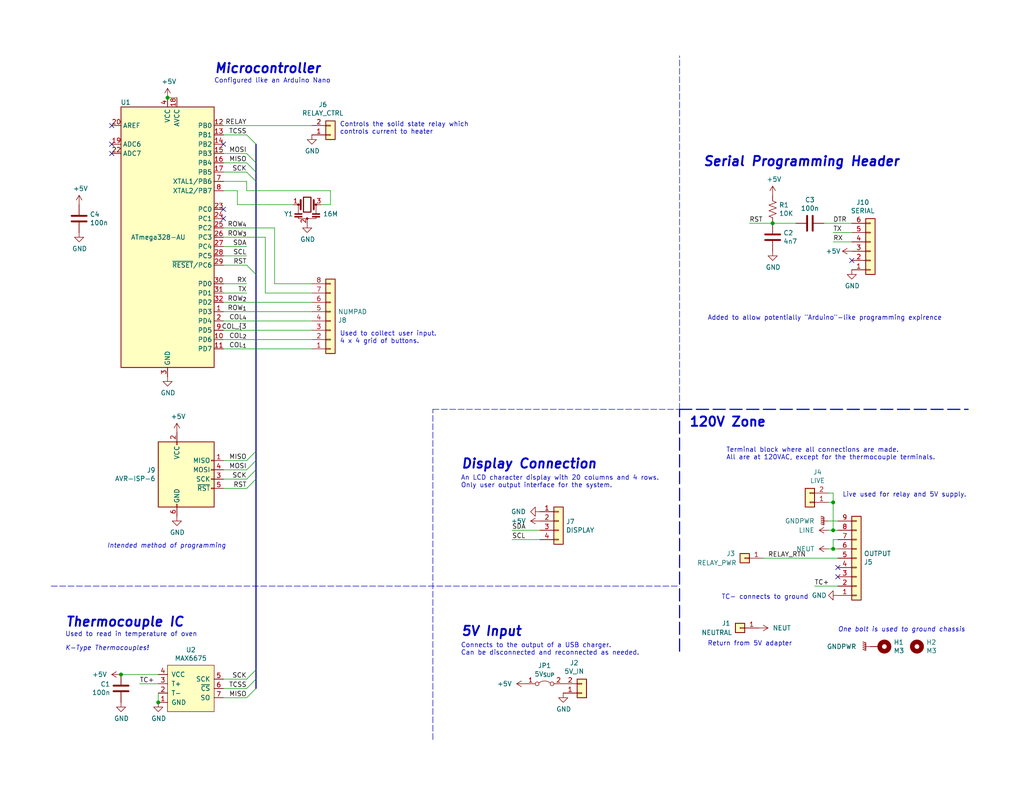
<source format=kicad_sch>
(kicad_sch (version 20211123) (generator eeschema)
  (paper "USLetter")
  (title_block (title "Oven") (date "2021-06-01") (rev "1.1") (company "HPVDT") (comment 1 "Uses a K-Type thermocouple") (comment 3 "Intended to control a heater to achieve a two step curing process") (comment 4 "General purpose oven board"))
  (lib_symbols
    (symbol "Connector:AVR-ISP-6" (pin_names (offset 1.016))
      (property "Reference" "J" (at -6.35 11.43 0))
      (property "Value" "AVR-ISP-6" (at 0 11.43 0))
      (symbol "AVR-ISP-6_0_1"
        (rectangle (start -2.667 -6.858) (end -2.413 -7.62))
        (rectangle (start -2.667 10.16) (end -2.413 9.398))
        (rectangle (start 7.62 -2.413) (end 6.858 -2.667))
        (rectangle (start 7.62 0.127) (end 6.858 -0.127))
        (rectangle (start 7.62 2.667) (end 6.858 2.413))
        (rectangle (start 7.62 5.207) (end 6.858 4.953))
        (rectangle (start 7.62 10.16) (end -7.62 -7.62) (stroke (width 0.254)) (fill (type background)))
      )
      (symbol "AVR-ISP-6_1_1"
        (pin passive line (at 10.16 5.08 180) (length 2.54) (name "MISO") (number "1"))
        (pin passive line (at -2.54 12.7 270) (length 2.54) (name "VCC") (number "2"))
        (pin passive line (at 10.16 0 180) (length 2.54) (name "SCK") (number "3"))
        (pin passive line (at 10.16 2.54 180) (length 2.54) (name "MOSI") (number "4"))
        (pin passive line (at 10.16 -2.54 180) (length 2.54) (name "~{RST}") (number "5"))
        (pin passive line (at -2.54 -10.16 90) (length 2.54) (name "GND") (number "6"))
      )
    )
    (symbol "Connector_Generic:Conn_01x01" (pin_names (offset 1.016) hide)
      (property "Reference" "J" (at 0 2.54 0))
      (property "Value" "Conn_01x01" (at 0 -2.54 0))
      (symbol "Conn_01x01_1_1"
        (rectangle (start -1.27 0.127) (end 0 -0.127) (stroke (width 0.1524)))
        (rectangle (start -1.27 1.27) (end 1.27 -1.27) (stroke (width 0.254)) (fill (type background)))
        (pin passive line (at -5.08 0 0) (length 3.81) (name "Pin_1") (number "1"))
      )
    )
    (symbol "Connector_Generic:Conn_01x02" (pin_names (offset 1.016) hide)
      (property "Reference" "J" (at 0 2.54 0))
      (property "Value" "Conn_01x02" (at 0 -5.08 0))
      (symbol "Conn_01x02_1_1"
        (rectangle (start -1.27 -2.413) (end 0 -2.667) (stroke (width 0.1524)))
        (rectangle (start -1.27 0.127) (end 0 -0.127) (stroke (width 0.1524)))
        (rectangle (start -1.27 1.27) (end 1.27 -3.81) (stroke (width 0.254)) (fill (type background)))
        (pin passive line (at -5.08 0 0) (length 3.81) (name "Pin_1") (number "1"))
        (pin passive line (at -5.08 -2.54 0) (length 3.81) (name "Pin_2") (number "2"))
      )
    )
    (symbol "Connector_Generic:Conn_01x04" (pin_names (offset 1.016) hide)
      (property "Reference" "J" (at 0 5.08 0))
      (property "Value" "Conn_01x04" (at 0 -7.62 0))
      (symbol "Conn_01x04_1_1"
        (rectangle (start -1.27 -4.953) (end 0 -5.207) (stroke (width 0.1524)))
        (rectangle (start -1.27 -2.413) (end 0 -2.667) (stroke (width 0.1524)))
        (rectangle (start -1.27 0.127) (end 0 -0.127) (stroke (width 0.1524)))
        (rectangle (start -1.27 2.667) (end 0 2.413) (stroke (width 0.1524)))
        (rectangle (start -1.27 3.81) (end 1.27 -6.35) (stroke (width 0.254)) (fill (type background)))
        (pin passive line (at -5.08 2.54 0) (length 3.81) (name "Pin_1") (number "1"))
        (pin passive line (at -5.08 0 0) (length 3.81) (name "Pin_2") (number "2"))
        (pin passive line (at -5.08 -2.54 0) (length 3.81) (name "Pin_3") (number "3"))
        (pin passive line (at -5.08 -5.08 0) (length 3.81) (name "Pin_4") (number "4"))
      )
    )
    (symbol "Connector_Generic:Conn_01x06" (pin_names (offset 1.016) hide)
      (property "Reference" "J" (at 0 7.62 0))
      (property "Value" "Conn_01x06" (at 0 -10.16 0))
      (symbol "Conn_01x06_1_1"
        (rectangle (start -1.27 -7.493) (end 0 -7.747) (stroke (width 0.1524)))
        (rectangle (start -1.27 -4.953) (end 0 -5.207) (stroke (width 0.1524)))
        (rectangle (start -1.27 -2.413) (end 0 -2.667) (stroke (width 0.1524)))
        (rectangle (start -1.27 0.127) (end 0 -0.127) (stroke (width 0.1524)))
        (rectangle (start -1.27 2.667) (end 0 2.413) (stroke (width 0.1524)))
        (rectangle (start -1.27 5.207) (end 0 4.953) (stroke (width 0.1524)))
        (rectangle (start -1.27 6.35) (end 1.27 -8.89) (stroke (width 0.254)) (fill (type background)))
        (pin passive line (at -5.08 5.08 0) (length 3.81) (name "Pin_1") (number "1"))
        (pin passive line (at -5.08 2.54 0) (length 3.81) (name "Pin_2") (number "2"))
        (pin passive line (at -5.08 0 0) (length 3.81) (name "Pin_3") (number "3"))
        (pin passive line (at -5.08 -2.54 0) (length 3.81) (name "Pin_4") (number "4"))
        (pin passive line (at -5.08 -5.08 0) (length 3.81) (name "Pin_5") (number "5"))
        (pin passive line (at -5.08 -7.62 0) (length 3.81) (name "Pin_6") (number "6"))
      )
    )
    (symbol "Connector_Generic:Conn_01x08" (pin_names (offset 1.016) hide)
      (property "Reference" "J" (at 0 10.16 0))
      (property "Value" "Conn_01x08" (at 0 -12.7 0))
      (symbol "Conn_01x08_1_1"
        (rectangle (start -1.27 -10.033) (end 0 -10.287) (stroke (width 0.1524)))
        (rectangle (start -1.27 -7.493) (end 0 -7.747) (stroke (width 0.1524)))
        (rectangle (start -1.27 -4.953) (end 0 -5.207) (stroke (width 0.1524)))
        (rectangle (start -1.27 -2.413) (end 0 -2.667) (stroke (width 0.1524)))
        (rectangle (start -1.27 0.127) (end 0 -0.127) (stroke (width 0.1524)))
        (rectangle (start -1.27 2.667) (end 0 2.413) (stroke (width 0.1524)))
        (rectangle (start -1.27 5.207) (end 0 4.953) (stroke (width 0.1524)))
        (rectangle (start -1.27 7.747) (end 0 7.493) (stroke (width 0.1524)))
        (rectangle (start -1.27 8.89) (end 1.27 -11.43) (stroke (width 0.254)) (fill (type background)))
        (pin passive line (at -5.08 7.62 0) (length 3.81) (name "Pin_1") (number "1"))
        (pin passive line (at -5.08 5.08 0) (length 3.81) (name "Pin_2") (number "2"))
        (pin passive line (at -5.08 2.54 0) (length 3.81) (name "Pin_3") (number "3"))
        (pin passive line (at -5.08 0 0) (length 3.81) (name "Pin_4") (number "4"))
        (pin passive line (at -5.08 -2.54 0) (length 3.81) (name "Pin_5") (number "5"))
        (pin passive line (at -5.08 -5.08 0) (length 3.81) (name "Pin_6") (number "6"))
        (pin passive line (at -5.08 -7.62 0) (length 3.81) (name "Pin_7") (number "7"))
        (pin passive line (at -5.08 -10.16 0) (length 3.81) (name "Pin_8") (number "8"))
      )
    )
    (symbol "Connector_Generic:Conn_01x09" (pin_names (offset 1.016) hide)
      (property "Reference" "J" (at 0 12.7 0))
      (property "Value" "Conn_01x09" (at 0 -12.7 0))
      (symbol "Conn_01x09_1_1"
        (rectangle (start -1.27 -10.033) (end 0 -10.287) (stroke (width 0.1524)))
        (rectangle (start -1.27 -7.493) (end 0 -7.747) (stroke (width 0.1524)))
        (rectangle (start -1.27 -4.953) (end 0 -5.207) (stroke (width 0.1524)))
        (rectangle (start -1.27 -2.413) (end 0 -2.667) (stroke (width 0.1524)))
        (rectangle (start -1.27 0.127) (end 0 -0.127) (stroke (width 0.1524)))
        (rectangle (start -1.27 2.667) (end 0 2.413) (stroke (width 0.1524)))
        (rectangle (start -1.27 5.207) (end 0 4.953) (stroke (width 0.1524)))
        (rectangle (start -1.27 7.747) (end 0 7.493) (stroke (width 0.1524)))
        (rectangle (start -1.27 10.287) (end 0 10.033) (stroke (width 0.1524)))
        (rectangle (start -1.27 11.43) (end 1.27 -11.43) (stroke (width 0.254)) (fill (type background)))
        (pin passive line (at -5.08 10.16 0) (length 3.81) (name "Pin_1") (number "1"))
        (pin passive line (at -5.08 7.62 0) (length 3.81) (name "Pin_2") (number "2"))
        (pin passive line (at -5.08 5.08 0) (length 3.81) (name "Pin_3") (number "3"))
        (pin passive line (at -5.08 2.54 0) (length 3.81) (name "Pin_4") (number "4"))
        (pin passive line (at -5.08 0 0) (length 3.81) (name "Pin_5") (number "5"))
        (pin passive line (at -5.08 -2.54 0) (length 3.81) (name "Pin_6") (number "6"))
        (pin passive line (at -5.08 -5.08 0) (length 3.81) (name "Pin_7") (number "7"))
        (pin passive line (at -5.08 -7.62 0) (length 3.81) (name "Pin_8") (number "8"))
        (pin passive line (at -5.08 -10.16 0) (length 3.81) (name "Pin_9") (number "9"))
      )
    )
    (symbol "Device:C" (pin_numbers hide) (pin_names (offset 0.254))
      (property "Reference" "C" (at 0.635 2.54 0))
      (property "Value" "C" (at 0.635 -2.54 0))
      (symbol "C_0_1"
        (polyline (pts (xy -2.032 -0.762) (xy 2.032 -0.762)) (stroke (width 0.508)))
        (polyline (pts (xy -2.032 0.762) (xy 2.032 0.762)) (stroke (width 0.508)))
      )
      (symbol "C_1_1"
        (pin passive line (at 0 3.81 270) (length 2.794) (name "~") (number "1"))
        (pin passive line (at 0 -3.81 90) (length 2.794) (name "~") (number "2"))
      )
    )
    (symbol "Device:R_US" (pin_numbers hide) (pin_names (offset 0))
      (property "Reference" "R" (at 2.54 0 90))
      (property "Value" "R_US" (at -2.54 0 90))
      (symbol "R_US_0_1"
        (polyline (pts (xy 0 -2.286) (xy 0 -2.54)))
        (polyline (pts (xy 0 2.286) (xy 0 2.54)))
        (polyline (pts (xy 0 -0.762) (xy 1.016 -1.143) (xy 0 -1.524) (xy -1.016 -1.905) (xy 0 -2.286)))
        (polyline (pts (xy 0 0.762) (xy 1.016 0.381) (xy 0 0) (xy -1.016 -0.381) (xy 0 -0.762)))
        (polyline (pts (xy 0 2.286) (xy 1.016 1.905) (xy 0 1.524) (xy -1.016 1.143) (xy 0 0.762)))
      )
      (symbol "R_US_1_1"
        (pin passive line (at 0 3.81 270) (length 1.27) (name "~") (number "1"))
        (pin passive line (at 0 -3.81 90) (length 1.27) (name "~") (number "2"))
      )
    )
    (symbol "Device:Resonator" (pin_names (offset 1.016) hide)
      (property "Reference" "Y" (at 0 5.715 0))
      (property "Value" "Resonator" (at 0 3.81 0))
      (symbol "Resonator_0_1"
        (rectangle (start -3.429 -3.175) (end -1.397 -3.429) (fill (type outline)))
        (rectangle (start -3.429 -2.413) (end -1.397 -2.667) (fill (type outline)))
        (circle (center -2.413 0) (radius 0.254) (fill (type outline)))
        (rectangle (start -1.016 2.032) (end 1.016 -2.032) (stroke (width 0.3048)))
        (circle (center 0 -3.81) (radius 0.254) (fill (type outline)))
        (polyline (pts (xy -2.413 -2.413) (xy -2.413 0)))
        (polyline (pts (xy -1.905 0) (xy -3.175 0)))
        (polyline (pts (xy -1.778 -1.27) (xy -1.778 1.27)) (stroke (width 0.508)))
        (polyline (pts (xy 1.778 -1.27) (xy 1.778 1.27)) (stroke (width 0.508)))
        (polyline (pts (xy 1.905 0) (xy 2.54 0)))
        (polyline (pts (xy 2.413 0) (xy 2.413 -2.54)))
        (polyline (pts (xy 2.413 -3.302) (xy 2.413 -3.81) (xy -2.413 -3.81) (xy -2.413 -3.302)))
        (rectangle (start 1.397 -3.175) (end 3.429 -3.429) (fill (type outline)))
        (rectangle (start 1.397 -2.413) (end 3.429 -2.667) (fill (type outline)))
        (circle (center 2.413 0) (radius 0.254) (fill (type outline)))
      )
      (symbol "Resonator_1_1"
        (pin passive line (at -3.81 0 0) (length 1.27) (name "1") (number "1"))
        (pin passive line (at 0 -5.08 90) (length 1.27) (name "2") (number "2"))
        (pin passive line (at 3.81 0 180) (length 1.27) (name "3") (number "3"))
      )
    )
    (symbol "Jumper:Jumper_2_Bridged" (pin_names (offset 0) hide)
      (property "Reference" "JP" (at 0 1.905 0))
      (property "Value" "Jumper_2_Bridged" (at 0 -2.54 0))
      (symbol "Jumper_2_Bridged_0_0"
        (circle (center -2.032 0) (radius 0.508))
        (circle (center 2.032 0) (radius 0.508))
      )
      (symbol "Jumper_2_Bridged_0_1"
        (arc (start 1.524 0.254) (mid 0 0.762) (end -1.524 0.254))
      )
      (symbol "Jumper_2_Bridged_1_1"
        (pin passive line (at -5.08 0 0) (length 2.54) (name "A") (number "1"))
        (pin passive line (at 5.08 0 180) (length 2.54) (name "B") (number "2"))
      )
    )
    (symbol "MCU_Microchip_ATmega:ATmega328-AU"
      (property "Reference" "U" (at -12.7 36.83 0))
      (property "Value" "MCU_Microchip_ATmega_ATmega328-AU" (at 2.54 -36.83 0))
      (symbol "ATmega328-AU_0_1"
        (rectangle (start -12.7 -35.56) (end 12.7 35.56) (stroke (width 0.254)) (fill (type background)))
      )
      (symbol "ATmega328-AU_1_1"
        (pin bidirectional line (at 15.24 -20.32 180) (length 2.54) (name "PD3") (number "1"))
        (pin bidirectional line (at 15.24 -27.94 180) (length 2.54) (name "PD6") (number "10"))
        (pin bidirectional line (at 15.24 -30.48 180) (length 2.54) (name "PD7") (number "11"))
        (pin bidirectional line (at 15.24 30.48 180) (length 2.54) (name "PB0") (number "12"))
        (pin bidirectional line (at 15.24 27.94 180) (length 2.54) (name "PB1") (number "13"))
        (pin bidirectional line (at 15.24 25.4 180) (length 2.54) (name "PB2") (number "14"))
        (pin bidirectional line (at 15.24 22.86 180) (length 2.54) (name "PB3") (number "15"))
        (pin bidirectional line (at 15.24 20.32 180) (length 2.54) (name "PB4") (number "16"))
        (pin bidirectional line (at 15.24 17.78 180) (length 2.54) (name "PB5") (number "17"))
        (pin power_in line (at 2.54 38.1 270) (length 2.54) (name "AVCC") (number "18"))
        (pin input line (at -15.24 25.4 0) (length 2.54) (name "ADC6") (number "19"))
        (pin bidirectional line (at 15.24 -22.86 180) (length 2.54) (name "PD4") (number "2"))
        (pin passive line (at -15.24 30.48 0) (length 2.54) (name "AREF") (number "20"))
        (pin passive line (at 0 -38.1 90) (length 2.54) hide (name "GND") (number "21"))
        (pin input line (at -15.24 22.86 0) (length 2.54) (name "ADC7") (number "22"))
        (pin bidirectional line (at 15.24 7.62 180) (length 2.54) (name "PC0") (number "23"))
        (pin bidirectional line (at 15.24 5.08 180) (length 2.54) (name "PC1") (number "24"))
        (pin bidirectional line (at 15.24 2.54 180) (length 2.54) (name "PC2") (number "25"))
        (pin bidirectional line (at 15.24 0 180) (length 2.54) (name "PC3") (number "26"))
        (pin bidirectional line (at 15.24 -2.54 180) (length 2.54) (name "PC4") (number "27"))
        (pin bidirectional line (at 15.24 -5.08 180) (length 2.54) (name "PC5") (number "28"))
        (pin bidirectional line (at 15.24 -7.62 180) (length 2.54) (name "~{RESET}/PC6") (number "29"))
        (pin power_in line (at 0 -38.1 90) (length 2.54) (name "GND") (number "3"))
        (pin bidirectional line (at 15.24 -12.7 180) (length 2.54) (name "PD0") (number "30"))
        (pin bidirectional line (at 15.24 -15.24 180) (length 2.54) (name "PD1") (number "31"))
        (pin bidirectional line (at 15.24 -17.78 180) (length 2.54) (name "PD2") (number "32"))
        (pin power_in line (at 0 38.1 270) (length 2.54) (name "VCC") (number "4"))
        (pin passive line (at 0 -38.1 90) (length 2.54) hide (name "GND") (number "5"))
        (pin passive line (at 0 38.1 270) (length 2.54) hide (name "VCC") (number "6"))
        (pin bidirectional line (at 15.24 15.24 180) (length 2.54) (name "XTAL1/PB6") (number "7"))
        (pin bidirectional line (at 15.24 12.7 180) (length 2.54) (name "XTAL2/PB7") (number "8"))
        (pin bidirectional line (at 15.24 -25.4 180) (length 2.54) (name "PD5") (number "9"))
      )
    )
    (symbol "Mechanical:MountingHole" (pin_names (offset 1.016))
      (property "Reference" "H" (at 0 5.08 0))
      (property "Value" "MountingHole" (at 0 3.175 0))
      (symbol "MountingHole_0_1"
        (circle (center 0 0) (radius 1.27) (stroke (width 1.27)))
      )
    )
    (symbol "Mechanical:MountingHole_Pad" (pin_numbers hide) (pin_names (offset 1.016) hide)
      (property "Reference" "H" (at 0 6.35 0))
      (property "Value" "MountingHole_Pad" (at 0 4.445 0))
      (symbol "MountingHole_Pad_0_1"
        (circle (center 0 1.27) (radius 1.27) (stroke (width 1.27)))
      )
      (symbol "MountingHole_Pad_1_1"
        (pin input line (at 0 -2.54 90) (length 2.54) (name "1") (number "1"))
      )
    )
    (symbol "oven:MAX6675" (pin_names (offset 1.016))
      (property "Reference" "U" (at 0 10.16 0))
      (property "Value" "MAX6675" (at 0 7.62 0))
      (symbol "MAX6675_0_1"
        (rectangle (start -6.35 6.35) (end 6.35 -6.35) (fill (type background)))
      )
      (symbol "MAX6675_1_1"
        (pin power_in line (at -8.89 -3.81 0) (length 2.54) (name "GND") (number "1"))
        (pin input line (at -8.89 -1.27 0) (length 2.54) (name "T-") (number "2"))
        (pin input line (at -8.89 1.27 0) (length 2.54) (name "T+") (number "3"))
        (pin power_in line (at -8.89 3.81 0) (length 2.54) (name "VCC") (number "4"))
        (pin input line (at 8.89 2.54 180) (length 2.54) (name "SCK") (number "5"))
        (pin input line (at 8.89 0 180) (length 2.54) (name "~{CS}") (number "6"))
        (pin output line (at 8.89 -2.54 180) (length 2.54) (name "SO") (number "7"))
        (pin no_connect line (at 8.89 -5.08 180) (length 2.54) hide (name "NC") (number "8"))
      )
    )
    (symbol "power:+5V" (power) (pin_names (offset 0))
      (property "Value" "+5V" (at 0 3.556 0))
      (symbol "+5V_0_1"
        (polyline (pts (xy -0.762 1.27) (xy 0 2.54)))
        (polyline (pts (xy 0 0) (xy 0 2.54)))
        (polyline (pts (xy 0 2.54) (xy 0.762 1.27)))
      )
      (symbol "+5V_1_1"
        (pin power_in line (at 0 0 90) (length 0) hide (name "+5V") (number "1"))
      )
    )
    (symbol "power:GND" (power) (pin_names (offset 0))
      (property "Value" "GND" (at 0 -3.81 0))
      (symbol "GND_0_1"
        (polyline (pts (xy 0 0) (xy 0 -1.27) (xy 1.27 -1.27) (xy 0 -2.54) (xy -1.27 -1.27) (xy 0 -1.27)))
      )
      (symbol "GND_1_1"
        (pin power_in line (at 0 0 270) (length 0) hide (name "GND") (number "1"))
      )
    )
    (symbol "power:GNDPWR" (power) (pin_names (offset 0))
      (property "Value" "GNDPWR" (at 0 -3.302 0))
      (symbol "GNDPWR_0_1"
        (polyline (pts (xy 0 -1.27) (xy 0 0)))
        (polyline (pts (xy -1.016 -1.27) (xy -1.27 -2.032) (xy -1.27 -2.032)) (stroke (width 0.2032)))
        (polyline (pts (xy -0.508 -1.27) (xy -0.762 -2.032) (xy -0.762 -2.032)) (stroke (width 0.2032)))
        (polyline (pts (xy 0 -1.27) (xy -0.254 -2.032) (xy -0.254 -2.032)) (stroke (width 0.2032)))
        (polyline (pts (xy 0.508 -1.27) (xy 0.254 -2.032) (xy 0.254 -2.032)) (stroke (width 0.2032)))
        (polyline (pts (xy 1.016 -1.27) (xy -1.016 -1.27) (xy -1.016 -1.27)) (stroke (width 0.2032)))
        (polyline (pts (xy 1.016 -1.27) (xy 0.762 -2.032) (xy 0.762 -2.032) (xy 0.762 -2.032)) (stroke (width 0.2032)))
      )
      (symbol "GNDPWR_1_1"
        (pin power_in line (at 0 0 270) (length 0) hide (name "GNDPWR") (number "1"))
      )
    )
    (symbol "power:LINE" (power) (pin_names (offset 0))
      (property "Value" "LINE" (at 0 3.81 0))
      (symbol "LINE_0_1"
        (polyline (pts (xy -0.762 1.27) (xy 0 2.54)))
        (polyline (pts (xy 0 0) (xy 0 2.54)))
        (polyline (pts (xy 0 2.54) (xy 0.762 1.27)))
      )
      (symbol "LINE_1_1"
        (pin power_in line (at 0 0 90) (length 0) hide (name "LINE") (number "1"))
      )
    )
    (symbol "power:NEUT" (power) (pin_names (offset 0))
      (property "Value" "NEUT" (at 0 3.81 0))
      (symbol "NEUT_0_1"
        (polyline (pts (xy -0.762 1.27) (xy 0 2.54)))
        (polyline (pts (xy 0 0) (xy 0 2.54)))
        (polyline (pts (xy 0 2.54) (xy 0.762 1.27)))
      )
      (symbol "NEUT_1_1"
        (pin power_in line (at 0 0 90) (length 0) hide (name "NEUT") (number "1"))
      )
    )
  )
  (junction (at 227.33 144.78))
  (junction (at 210.82 60.96))
  (junction (at 227.33 137.16))
  (junction (at 43.18 191.77))
  (junction (at 33.02 184.15))
  (junction (at 45.72 26.67))
  (junction (at 227.33 149.86))
  (no_connect (at 232.41 71.12))
  (no_connect (at 60.96 39.37))
  (no_connect (at 30.48 34.29))
  (no_connect (at 228.6 154.94))
  (no_connect (at 60.96 57.15))
  (no_connect (at 30.48 41.91))
  (no_connect (at 30.48 39.37))
  (no_connect (at 60.96 59.69))
  (no_connect (at 228.6 157.48))
  (bus_entry (at 67.31 72.39) (size 2.54 2.54))
  (bus_entry (at 67.31 130.81) (size 2.54 -2.54))
  (bus_entry (at 67.31 41.91) (size 2.54 2.54))
  (bus_entry (at 67.31 128.27) (size 2.54 -2.54))
  (bus_entry (at 67.31 190.5) (size 2.54 -2.54))
  (bus_entry (at 67.31 44.45) (size 2.54 2.54))
  (bus_entry (at 67.31 133.35) (size 2.54 -2.54))
  (bus_entry (at 67.31 185.42) (size 2.54 -2.54))
  (bus_entry (at 67.31 125.73) (size 2.54 -2.54))
  (bus_entry (at 67.31 187.96) (size 2.54 -2.54))
  (bus_entry (at 67.31 46.99) (size 2.54 2.54))
  (bus_entry (at 67.31 36.83) (size 2.54 2.54))
  (polyline (pts (xy 118.11 201.93) (xy 118.11 111.76)))
  (wire (pts (xy 90.17 52.07) (xy 90.17 55.88)))
  (wire (pts (xy 67.31 49.53) (xy 67.31 52.07)))
  (wire (pts (xy 227.33 63.5) (xy 232.41 63.5)))
  (wire (pts (xy 67.31 125.73) (xy 60.96 125.73)))
  (wire (pts (xy 227.33 144.78) (xy 228.6 144.78)))
  (wire (pts (xy 60.96 85.09) (xy 85.09 85.09)))
  (bus (pts (xy 69.85 128.27) (xy 69.85 130.81)))
  (wire (pts (xy 60.96 64.77) (xy 72.39 64.77)))
  (wire (pts (xy 60.96 92.71) (xy 85.09 92.71)))
  (bus (pts (xy 69.85 74.93) (xy 69.85 123.19)))
  (wire (pts (xy 227.33 149.86) (xy 228.6 149.86)))
  (bus (pts (xy 69.85 182.88) (xy 69.85 185.42)))
  (polyline (pts (xy 118.11 111.76) (xy 185.42 111.76)))
  (wire (pts (xy 227.33 147.32) (xy 228.6 147.32)))
  (wire (pts (xy 210.82 60.96) (xy 204.47 60.96)))
  (wire (pts (xy 226.06 142.24) (xy 228.6 142.24)))
  (wire (pts (xy 74.93 77.47) (xy 85.09 77.47)))
  (wire (pts (xy 67.31 46.99) (xy 60.96 46.99)))
  (wire (pts (xy 227.33 144.78) (xy 227.33 137.16)))
  (wire (pts (xy 60.96 90.17) (xy 85.09 90.17)))
  (wire (pts (xy 67.31 52.07) (xy 90.17 52.07)))
  (bus (pts (xy 69.85 185.42) (xy 69.85 187.96)))
  (polyline (pts (xy 185.42 177.8) (xy 185.42 111.76)) (stroke (width 0.3048)))
  (wire (pts (xy 67.31 41.91) (xy 60.96 41.91)))
  (bus (pts (xy 69.85 49.53) (xy 69.85 74.93)))
  (wire (pts (xy 64.77 52.07) (xy 60.96 52.07)))
  (bus (pts (xy 69.85 39.37) (xy 69.85 44.45)))
  (wire (pts (xy 72.39 64.77) (xy 72.39 80.01)))
  (wire (pts (xy 227.33 147.32) (xy 227.33 149.86)))
  (wire (pts (xy 60.96 49.53) (xy 67.31 49.53)))
  (wire (pts (xy 64.77 55.88) (xy 64.77 52.07)))
  (wire (pts (xy 60.96 82.55) (xy 85.09 82.55)))
  (wire (pts (xy 67.31 44.45) (xy 60.96 44.45)))
  (wire (pts (xy 226.06 137.16) (xy 227.33 137.16)))
  (polyline (pts (xy 13.97 160.02) (xy 185.42 160.02)))
  (wire (pts (xy 228.6 160.02) (xy 222.25 160.02)))
  (wire (pts (xy 208.28 152.4) (xy 228.6 152.4)))
  (wire (pts (xy 67.31 130.81) (xy 60.96 130.81)))
  (wire (pts (xy 90.17 55.88) (xy 87.63 55.88)))
  (wire (pts (xy 224.79 60.96) (xy 232.41 60.96)))
  (bus (pts (xy 69.85 130.81) (xy 69.85 182.88)))
  (bus (pts (xy 69.85 46.99) (xy 69.85 49.53)))
  (wire (pts (xy 227.33 66.04) (xy 232.41 66.04)))
  (wire (pts (xy 217.17 60.96) (xy 210.82 60.96)))
  (wire (pts (xy 67.31 80.01) (xy 60.96 80.01)))
  (wire (pts (xy 33.02 184.15) (xy 43.18 184.15)))
  (bus (pts (xy 69.85 123.19) (xy 69.85 125.73)))
  (wire (pts (xy 139.7 147.32) (xy 147.32 147.32)))
  (bus (pts (xy 69.85 44.45) (xy 69.85 46.99)))
  (wire (pts (xy 74.93 62.23) (xy 60.96 62.23)))
  (wire (pts (xy 67.31 69.85) (xy 60.96 69.85)))
  (wire (pts (xy 60.96 87.63) (xy 85.09 87.63)))
  (wire (pts (xy 226.06 149.86) (xy 227.33 149.86)))
  (wire (pts (xy 60.96 34.29) (xy 85.09 34.29)))
  (wire (pts (xy 43.18 189.23) (xy 43.18 191.77)))
  (bus (pts (xy 69.85 125.73) (xy 69.85 128.27)))
  (wire (pts (xy 74.93 62.23) (xy 74.93 77.47)))
  (wire (pts (xy 67.31 72.39) (xy 60.96 72.39)))
  (wire (pts (xy 67.31 36.83) (xy 60.96 36.83)))
  (wire (pts (xy 226.06 144.78) (xy 227.33 144.78)))
  (polyline (pts (xy 185.42 111.76) (xy 264.16 111.76)) (stroke (width 0.3048)))
  (wire (pts (xy 67.31 77.47) (xy 60.96 77.47)))
  (wire (pts (xy 67.31 190.5) (xy 60.96 190.5)))
  (wire (pts (xy 45.72 26.67) (xy 48.26 26.67)))
  (wire (pts (xy 227.33 137.16) (xy 227.33 134.62)))
  (wire (pts (xy 67.31 187.96) (xy 60.96 187.96)))
  (wire (pts (xy 227.33 134.62) (xy 226.06 134.62)))
  (wire (pts (xy 67.31 67.31) (xy 60.96 67.31)))
  (wire (pts (xy 67.31 185.42) (xy 60.96 185.42)))
  (wire (pts (xy 67.31 128.27) (xy 60.96 128.27)))
  (polyline (pts (xy 185.42 111.76) (xy 185.42 15.24)))
  (wire (pts (xy 67.31 133.35) (xy 60.96 133.35)))
  (wire (pts (xy 64.77 55.88) (xy 80.01 55.88)))
  (wire (pts (xy 38.1 186.69) (xy 43.18 186.69)))
  (wire (pts (xy 72.39 80.01) (xy 85.09 80.01)))
  (wire (pts (xy 139.7 144.78) (xy 147.32 144.78)))
  (wire (pts (xy 60.96 95.25) (xy 85.09 95.25)))
  (text "One bolt is used to ground chassis" (at 228.6 172.72 0) (effects (font (size 1.27 1.27) italic) (justify left bottom)))
  (text "Live used for relay and 5V supply." (at 229.87 135.89 0) (effects (font (size 1.27 1.27)) (justify left bottom)))
  (text "Used to read in temperature of oven" (at 17.78 173.99 0) (effects (font (size 1.27 1.27)) (justify left bottom)))
  (text "120V Zone" (at 187.96 116.84 0) (effects (font (size 2.54 2.54) (thickness 0.508) bold) (justify left bottom)))
  (text "Controls the solid state relay which \ncontrols current to heater" (at 92.71 36.83 0) (effects (font (size 1.27 1.27)) (justify left bottom)))
  (text "Microcontroller" (at 58.42 20.32 0) (effects (font (size 2.54 2.54) (thickness 0.508) bold italic) (justify left bottom)))
  (text "5V Input" (at 125.73 173.99 0) (effects (font (size 2.54 2.54) (thickness 0.508) bold italic) (justify left bottom)))
  (text "Display Connection" (at 125.73 128.27 0) (effects (font (size 2.54 2.54) (thickness 0.508) bold italic) (justify left bottom)))
  (text "Return from 5V adapter" (at 193.04 176.53 0) (effects (font (size 1.27 1.27)) (justify left bottom)))
  (text "Connects to the output of a USB charger.\nCan be disconnected and reconnected as needed." (at 125.73 179.07 0) (effects (font (size 1.27 1.27)) (justify left bottom)))
  (text "Intended method of programming" (at 29.21 149.86 0) (effects (font (size 1.27 1.27) italic) (justify left bottom)))
  (text "An LCD character display with 20 columns and 4 rows.\nOnly user output interface for the system." (at 125.73 133.35 0) (effects (font (size 1.27 1.27)) (justify left bottom)))
  (text "Added to allow potentially \"Arduino\"-like programming expirence" (at 193.04 87.63 0) (effects (font (size 1.27 1.27)) (justify left bottom)))
  (text "TC- connects to ground" (at 196.85 163.83 0) (effects (font (size 1.27 1.27)) (justify left bottom)))
  (text "Configured like an Arduino Nano" (at 58.42 22.86 0) (effects (font (size 1.27 1.27)) (justify left bottom)))
  (text "Serial Programming Header" (at 191.77 45.72 0) (effects (font (size 2.54 2.54) (thickness 0.508) bold italic) (justify left bottom)))
  (text "Thermocouple IC" (at 17.78 171.45 0) (effects (font (size 2.54 2.54) (thickness 0.508) bold italic) (justify left bottom)))
  (text "K-Type Thermocouples!" (at 17.78 177.8 0) (effects (font (size 1.27 1.27) italic) (justify left bottom)))
  (text "Terminal block where all connections are made.\nAll are at 120VAC, except for the thermocouple terminals." (at 198.12 125.73 0) (effects (font (size 1.27 1.27)) (justify left bottom)))
  (text "Used to collect user input.\n4 x 4 grid of buttons." (at 92.71 93.98 0) (effects (font (size 1.27 1.27)) (justify left bottom)))
  (label "COL_{1}" (at 67.31 95.25 180))
  (label "RX" (at 67.31 77.47 180))
  (label "COL_{4}" (at 67.31 87.63 180))
  (label "COL_{3" (at 67.31 90.17 180))
  (label "SCK" (at 67.31 46.99 180))
  (label "RELAY" (at 67.31 34.29 180))
  (label "SCK" (at 67.31 185.42 180))
  (label "TCSS" (at 67.31 187.96 180))
  (label "DTR" (at 227.33 60.96 0))
  (label "RELAY_RTN" (at 209.55 152.4 0))
  (label "ROW_{1}" (at 67.31 85.09 180))
  (label "TX" (at 67.31 80.01 180))
  (label "RST" (at 67.31 133.35 180))
  (label "SCK" (at 67.31 130.81 180))
  (label "TC+" (at 38.1 186.69 0))
  (label "SDA" (at 139.7 144.78 0))
  (label "MOSI" (at 67.31 41.91 180))
  (label "MISO" (at 67.31 44.45 180))
  (label "MISO" (at 67.31 190.5 180))
  (label "TC+" (at 222.25 160.02 0))
  (label "RST" (at 204.47 60.96 0))
  (label "ROW_{2}" (at 67.31 82.55 180))
  (label "TCSS" (at 67.31 36.83 180))
  (label "RST" (at 67.31 72.39 180))
  (label "TX" (at 227.33 63.5 0))
  (label "COL_{2}" (at 67.31 92.71 180))
  (label "RX" (at 227.33 66.04 0))
  (label "SDA" (at 67.31 67.31 180))
  (label "ROW_{3}" (at 67.31 64.77 180))
  (label "ROW_{4}" (at 67.31 62.23 180))
  (label "MOSI" (at 67.31 128.27 180))
  (label "MISO" (at 67.31 125.73 180))
  (label "SCL" (at 139.7 147.32 0))
  (label "SCL" (at 67.31 69.85 180))
  (symbol (lib_id "MCU_Microchip_ATmega:ATmega328-AU") (at 45.72 64.77 0) (unit 1)
    (property "Reference" "U1" (at 34.29 27.94 0))
    (property "Value" "ATmega328-AU" (at 43.18 64.77 0))
    (property "Footprint" "Package_QFP:TQFP-32_7x7mm_P0.8mm" (effects hide))
    (property "Datasheet" "http://ww1.microchip.com/downloads/en/DeviceDoc/ATmega328_P%20AVR%20MCU%20with%20picoPower%20Technology%20Data%20Sheet%2040001984A.pdf" (effects hide))
  )
  (symbol (lib_id "Connector_Generic:Conn_01x08") (at 90.17 87.63 0) (mirror x) (unit 1)
    (property "Reference" "J8" (at 92.202 87.4268 0) (effects (justify left)))
    (property "Value" "NUMPAD" (at 92.202 85.1154 0) (effects (justify left)))
    (property "Footprint" "Connector_PinHeader_2.54mm:PinHeader_1x08_P2.54mm_Horizontal" (effects hide))
  )
  (symbol (lib_id "Connector_Generic:Conn_01x04") (at 152.4 142.24 0) (unit 1)
    (property "Reference" "J7" (at 154.432 142.4432 0) (effects (justify left)))
    (property "Value" "DISPLAY" (at 154.432 144.7546 0) (effects (justify left)))
    (property "Footprint" "Connector_PinHeader_2.54mm:PinHeader_1x04_P2.54mm_Horizontal" (effects hide))
  )
  (symbol (lib_id "Connector_Generic:Conn_01x09") (at 233.68 152.4 0) (mirror x) (unit 1)
    (property "Reference" "J5" (at 235.712 153.4668 0) (effects (justify left)))
    (property "Value" "OUTPUT" (at 235.712 151.1554 0) (effects (justify left)))
    (property "Footprint" "oven:9POS-TERMBLOCK" (effects hide))
  )
  (symbol (lib_id "Connector_Generic:Conn_01x02") (at 90.17 36.83 0) (mirror x) (unit 1)
    (property "Reference" "J6" (at 88.0872 28.575 0))
    (property "Value" "RELAY_CTRL" (at 88.0872 30.8864 0))
    (property "Footprint" "Connector_PinHeader_2.54mm:PinHeader_1x02_P2.54mm_Horizontal" (effects hide))
  )
  (symbol (lib_id "Connector_Generic:Conn_01x02") (at 220.98 137.16 180) (unit 1)
    (property "Reference" "J4" (at 223.0628 128.905 0))
    (property "Value" "LIVE" (at 223.0628 131.2164 0))
    (property "Footprint" "Connector_Wire:SolderWire-2sqmm_1x02_P7.8mm_D2mm_OD3.9mm" (effects hide))
  )
  (symbol (lib_id "Connector_Generic:Conn_01x02") (at 158.75 189.23 0) (mirror x) (unit 1)
    (property "Reference" "J2" (at 156.6672 180.975 0))
    (property "Value" "5V_IN" (at 156.6672 183.2864 0))
    (property "Footprint" "Connector_PinHeader_2.54mm:PinHeader_1x02_P2.54mm_Horizontal" (effects hide))
  )
  (symbol (lib_id "Connector_Generic:Conn_01x01") (at 203.2 152.4 0) (mirror y) (unit 1)
    (property "Reference" "J3" (at 199.39 151.13 0))
    (property "Value" "RELAY_PWR" (at 195.58 153.67 0))
    (property "Footprint" "Connector_Wire:SolderWire-2sqmm_1x01_D2mm_OD3.9mm" (effects hide))
  )
  (symbol (lib_id "Connector_Generic:Conn_01x01") (at 201.93 171.45 180) (unit 1)
    (property "Reference" "J1" (at 198.12 170.18 0))
    (property "Value" "NEUTRAL" (at 195.58 172.72 0))
    (property "Footprint" "Connector_Wire:SolderWire-2sqmm_1x01_D2mm_OD3.9mm" (effects hide))
  )
  (symbol (lib_id "power:GNDPWR") (at 226.06 142.24 270) (unit 1)
    (property "Reference" "#PWR06" (effects hide))
    (property "Value" "GNDPWR" (at 222.25 142.24 90) (effects (justify right)))
  )
  (symbol (lib_id "power:LINE") (at 226.06 144.78 90) (unit 1)
    (property "Reference" "#PWR07" (effects hide))
    (property "Value" "LINE" (at 222.25 144.78 90) (effects (justify left)))
  )
  (symbol (lib_id "power:NEUT") (at 226.06 149.86 90) (unit 1)
    (property "Reference" "#PWR08" (effects hide))
    (property "Value" "NEUT" (at 222.25 149.86 90) (effects (justify left)))
  )
  (symbol (lib_id "Connector:AVR-ISP-6") (at 50.8 130.81 0) (unit 1)
    (property "Reference" "J9" (at 42.4434 128.3716 0) (effects (justify right)))
    (property "Value" "AVR-ISP-6" (at 42.4434 130.683 0) (effects (justify right)))
    (property "Footprint" "Connector_IDC:IDC-Header_2x03_P2.54mm_Vertical" (effects hide))
    (property "Datasheet" " ~" (effects hide))
  )
  (symbol (lib_id "power:GND") (at 48.26 140.97 0) (unit 1)
    (property "Reference" "#PWR0102" (effects hide))
    (property "Value" "GND" (at 48.387 145.3642 0))
  )
  (symbol (lib_id "power:+5V") (at 48.26 118.11 0) (unit 1)
    (property "Reference" "#PWR0103" (effects hide))
    (property "Value" "+5V" (at 48.641 113.7158 0))
  )
  (symbol (lib_id "Mechanical:MountingHole_Pad") (at 240.03 176.53 270) (unit 1)
    (property "Reference" "H1" (at 243.84 175.3616 90) (effects (justify left)))
    (property "Value" "M3" (at 243.84 177.673 90) (effects (justify left)))
    (property "Footprint" "MountingHole:MountingHole_3.5mm_Pad_Via" (effects hide))
  )
  (symbol (lib_id "power:GNDPWR") (at 237.49 176.53 270) (unit 1)
    (property "Reference" "#PWR0101" (effects hide))
    (property "Value" "GNDPWR" (at 233.68 176.53 90) (effects (justify right)))
  )
  (symbol (lib_id "Mechanical:MountingHole") (at 250.19 176.53 0) (unit 1)
    (property "Reference" "H2" (at 252.73 175.3616 0) (effects (justify left)))
    (property "Value" "M3" (at 252.73 177.673 0) (effects (justify left)))
    (property "Footprint" "MountingHole:MountingHole_3.5mm" (effects hide))
  )
  (symbol (lib_id "oven:MAX6675") (at 52.07 187.96 0) (unit 1)
    (property "Reference" "U2" (at 52.07 177.419 0))
    (property "Value" "MAX6675" (at 52.07 179.7304 0))
    (property "Footprint" "Package_SO:SO-8_5.3x6.2mm_P1.27mm" (effects hide))
    (property "Datasheet" "https://datasheets.maximintegrated.com/en/ds/MAX6675.pdf" (effects hide))
  )
  (symbol (lib_id "power:+5V") (at 143.51 186.69 90) (unit 1)
    (property "Reference" "#PWR04" (effects hide))
    (property "Value" "+5V" (at 139.7 186.69 90) (effects (justify left)))
  )
  (symbol (lib_id "power:GND") (at 85.09 36.83 0) (unit 1)
    (property "Reference" "#PWR09" (effects hide))
    (property "Value" "GND" (at 85.217 41.2242 0))
  )
  (symbol (lib_id "power:GND") (at 153.67 189.23 0) (unit 1)
    (property "Reference" "#PWR05" (effects hide))
    (property "Value" "GND" (at 153.797 193.6242 0))
  )
  (symbol (lib_id "power:GND") (at 43.18 191.77 0) (unit 1)
    (property "Reference" "#PWR0104" (effects hide))
    (property "Value" "GND" (at 43.307 196.1642 0))
  )
  (symbol (lib_id "power:GND") (at 228.6 162.56 270) (unit 1)
    (property "Reference" "#PWR0105" (effects hide))
    (property "Value" "GND" (at 223.52 162.56 90))
  )
  (symbol (lib_id "power:+5V") (at 33.02 184.15 90) (unit 1)
    (property "Reference" "#PWR0106" (effects hide))
    (property "Value" "+5V" (at 29.21 184.15 90) (effects (justify left)))
  )
  (symbol (lib_id "Device:C") (at 33.02 187.96 0) (mirror x) (unit 1)
    (property "Reference" "C1" (at 30.099 186.7916 0) (effects (justify right)))
    (property "Value" "100n" (at 30.099 189.103 0) (effects (justify right)))
    (property "Footprint" "Capacitor_SMD:C_0603_1608Metric" (effects hide))
  )
  (symbol (lib_id "power:GND") (at 33.02 191.77 0) (unit 1)
    (property "Reference" "#PWR0107" (effects hide))
    (property "Value" "GND" (at 33.147 196.1642 0))
  )
  (symbol (lib_id "power:GND") (at 147.32 139.7 270) (unit 1)
    (property "Reference" "#PWR010" (effects hide))
    (property "Value" "GND" (at 143.51 139.7 90) (effects (justify right)))
  )
  (symbol (lib_id "power:+5V") (at 45.72 26.67 0) (unit 1)
    (property "Reference" "#PWR01" (effects hide))
    (property "Value" "+5V" (at 46.101 22.2758 0))
  )
  (symbol (lib_id "power:GND") (at 45.72 102.87 0) (unit 1)
    (property "Reference" "#PWR02" (effects hide))
    (property "Value" "GND" (at 45.847 107.2642 0))
  )
  (symbol (lib_id "power:NEUT") (at 207.01 171.45 270) (unit 1)
    (property "Reference" "#PWR03" (effects hide))
    (property "Value" "NEUT" (at 210.82 171.45 90) (effects (justify left)))
  )
  (symbol (lib_id "Device:Resonator") (at 83.82 55.88 0) (unit 1)
    (property "Reference" "Y1" (at 78.74 58.42 0))
    (property "Value" "16M" (at 90.17 58.42 0))
    (property "Footprint" "Crystal:Resonator_SMD_muRata_CSTxExxV-3Pin_3.0x1.1mm" (effects hide))
  )
  (symbol (lib_id "power:+5V") (at 147.32 142.24 90) (unit 1)
    (property "Reference" "#PWR011" (effects hide))
    (property "Value" "+5V" (at 143.51 142.24 90) (effects (justify left)))
  )
  (symbol (lib_id "power:GND") (at 83.82 60.96 0) (unit 1)
    (property "Reference" "#PWR0108" (effects hide))
    (property "Value" "GND" (at 83.947 65.3542 0))
  )
  (symbol (lib_id "Connector_Generic:Conn_01x06") (at 237.49 68.58 0) (mirror x) (unit 1)
    (property "Reference" "J10" (at 235.4072 55.245 0))
    (property "Value" "SERIAL" (at 235.4072 57.5564 0))
    (property "Footprint" "Connector_PinHeader_2.54mm:PinHeader_1x06_P2.54mm_Vertical" (effects hide))
  )
  (symbol (lib_id "Device:C") (at 220.98 60.96 270) (unit 1)
    (property "Reference" "C3" (at 220.98 54.5592 90))
    (property "Value" "100n" (at 220.98 56.8706 90))
    (property "Footprint" "Capacitor_SMD:C_0603_1608Metric" (effects hide))
  )
  (symbol (lib_id "Device:R_US") (at 210.82 57.15 0) (unit 1)
    (property "Reference" "R1" (at 212.5472 55.9816 0) (effects (justify left)))
    (property "Value" "10K" (at 212.5472 58.293 0) (effects (justify left)))
    (property "Footprint" "Resistor_SMD:R_0603_1608Metric" (effects hide))
  )
  (symbol (lib_id "power:+5V") (at 210.82 53.34 0) (unit 1)
    (property "Reference" "#PWR0109" (effects hide))
    (property "Value" "+5V" (at 211.201 48.9458 0))
  )
  (symbol (lib_id "power:GND") (at 232.41 73.66 0) (unit 1)
    (property "Reference" "#PWR0110" (effects hide))
    (property "Value" "GND" (at 232.537 78.0542 0))
  )
  (symbol (lib_id "power:+5V") (at 232.41 68.58 90) (unit 1)
    (property "Reference" "#PWR0111" (effects hide))
    (property "Value" "+5V" (at 227.33 68.58 90))
  )
  (symbol (lib_id "Device:C") (at 210.82 64.77 180) (unit 1)
    (property "Reference" "C2" (at 213.741 63.6016 0) (effects (justify right)))
    (property "Value" "4n7" (at 213.741 65.913 0) (effects (justify right)))
    (property "Footprint" "Capacitor_SMD:C_0603_1608Metric" (effects hide))
  )
  (symbol (lib_id "power:GND") (at 210.82 68.58 0) (unit 1)
    (property "Reference" "#PWR0112" (effects hide))
    (property "Value" "GND" (at 210.947 72.9742 0))
  )
  (symbol (lib_id "Jumper:Jumper_2_Bridged") (at 148.59 186.69 0) (unit 1)
    (property "Reference" "JP1" (at 148.59 181.737 0))
    (property "Value" "5V_{SUP}" (at 148.59 184.0484 0))
    (property "Footprint" "Jumper:SolderJumper-2_P1.3mm_Bridged_Pad1.0x1.5mm" (effects hide))
  )
  (symbol (lib_id "Device:C") (at 21.59 59.69 180) (unit 1)
    (property "Reference" "C4" (at 24.511 58.5216 0) (effects (justify right)))
    (property "Value" "100n" (at 24.511 60.833 0) (effects (justify right)))
    (property "Footprint" "Capacitor_SMD:C_0603_1608Metric" (effects hide))
  )
  (symbol (lib_id "power:+5V") (at 21.59 55.88 0) (unit 1)
    (property "Reference" "#PWR0113" (effects hide))
    (property "Value" "+5V" (at 21.971 51.4858 0))
  )
  (symbol (lib_id "power:GND") (at 21.59 63.5 0) (unit 1)
    (property "Reference" "#PWR0114" (effects hide))
    (property "Value" "GND" (at 21.717 67.8942 0))
  )
)
</source>
